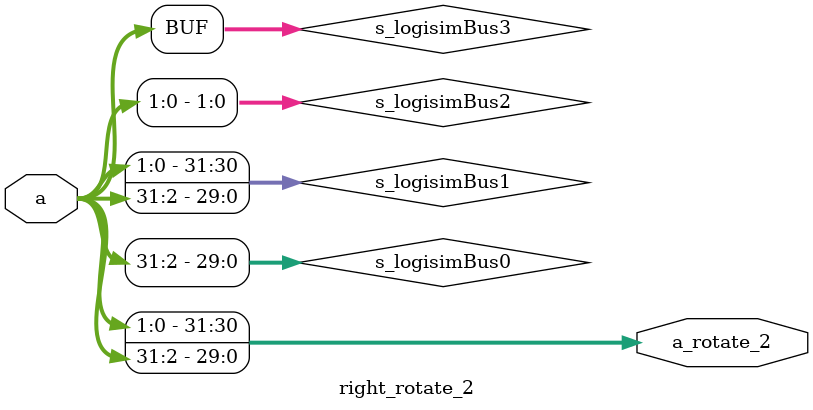
<source format=v>
/******************************************************************************
 ** Logisim-evolution goes FPGA automatic generated Verilog code             **
 ** https://github.com/logisim-evolution/                                    **
 **                                                                          **
 ** Component : right_rotate_2                                               **
 **                                                                          **
 *****************************************************************************/

module right_rotate_2( a,
                       a_rotate_2 );

   /*******************************************************************************
   ** The inputs are defined here                                                **
   *******************************************************************************/
   input [31:0] a;

   /*******************************************************************************
   ** The outputs are defined here                                               **
   *******************************************************************************/
   output [31:0] a_rotate_2;

   /*******************************************************************************
   ** The wires are defined here                                                 **
   *******************************************************************************/
   wire [29:0] s_logisimBus0;
   wire [31:0] s_logisimBus1;
   wire [1:0]  s_logisimBus2;
   wire [31:0] s_logisimBus3;

   /*******************************************************************************
   ** The module functionality is described here                                 **
   *******************************************************************************/

   /*******************************************************************************
   ** Here all wiring is defined                                                 **
   *******************************************************************************/
   assign s_logisimBus0[0]  = s_logisimBus3[2];
   assign s_logisimBus0[10] = s_logisimBus3[12];
   assign s_logisimBus0[11] = s_logisimBus3[13];
   assign s_logisimBus0[12] = s_logisimBus3[14];
   assign s_logisimBus0[13] = s_logisimBus3[15];
   assign s_logisimBus0[14] = s_logisimBus3[16];
   assign s_logisimBus0[15] = s_logisimBus3[17];
   assign s_logisimBus0[16] = s_logisimBus3[18];
   assign s_logisimBus0[17] = s_logisimBus3[19];
   assign s_logisimBus0[18] = s_logisimBus3[20];
   assign s_logisimBus0[19] = s_logisimBus3[21];
   assign s_logisimBus0[1]  = s_logisimBus3[3];
   assign s_logisimBus0[20] = s_logisimBus3[22];
   assign s_logisimBus0[21] = s_logisimBus3[23];
   assign s_logisimBus0[22] = s_logisimBus3[24];
   assign s_logisimBus0[23] = s_logisimBus3[25];
   assign s_logisimBus0[24] = s_logisimBus3[26];
   assign s_logisimBus0[25] = s_logisimBus3[27];
   assign s_logisimBus0[26] = s_logisimBus3[28];
   assign s_logisimBus0[27] = s_logisimBus3[29];
   assign s_logisimBus0[28] = s_logisimBus3[30];
   assign s_logisimBus0[29] = s_logisimBus3[31];
   assign s_logisimBus0[2]  = s_logisimBus3[4];
   assign s_logisimBus0[3]  = s_logisimBus3[5];
   assign s_logisimBus0[4]  = s_logisimBus3[6];
   assign s_logisimBus0[5]  = s_logisimBus3[7];
   assign s_logisimBus0[6]  = s_logisimBus3[8];
   assign s_logisimBus0[7]  = s_logisimBus3[9];
   assign s_logisimBus0[8]  = s_logisimBus3[10];
   assign s_logisimBus0[9]  = s_logisimBus3[11];
   assign s_logisimBus1[0]  = s_logisimBus0[0];
   assign s_logisimBus1[10] = s_logisimBus0[10];
   assign s_logisimBus1[11] = s_logisimBus0[11];
   assign s_logisimBus1[12] = s_logisimBus0[12];
   assign s_logisimBus1[13] = s_logisimBus0[13];
   assign s_logisimBus1[14] = s_logisimBus0[14];
   assign s_logisimBus1[15] = s_logisimBus0[15];
   assign s_logisimBus1[16] = s_logisimBus0[16];
   assign s_logisimBus1[17] = s_logisimBus0[17];
   assign s_logisimBus1[18] = s_logisimBus0[18];
   assign s_logisimBus1[19] = s_logisimBus0[19];
   assign s_logisimBus1[1]  = s_logisimBus0[1];
   assign s_logisimBus1[20] = s_logisimBus0[20];
   assign s_logisimBus1[21] = s_logisimBus0[21];
   assign s_logisimBus1[22] = s_logisimBus0[22];
   assign s_logisimBus1[23] = s_logisimBus0[23];
   assign s_logisimBus1[24] = s_logisimBus0[24];
   assign s_logisimBus1[25] = s_logisimBus0[25];
   assign s_logisimBus1[26] = s_logisimBus0[26];
   assign s_logisimBus1[27] = s_logisimBus0[27];
   assign s_logisimBus1[28] = s_logisimBus0[28];
   assign s_logisimBus1[29] = s_logisimBus0[29];
   assign s_logisimBus1[2]  = s_logisimBus0[2];
   assign s_logisimBus1[30] = s_logisimBus2[0];
   assign s_logisimBus1[31] = s_logisimBus2[1];
   assign s_logisimBus1[3]  = s_logisimBus0[3];
   assign s_logisimBus1[4]  = s_logisimBus0[4];
   assign s_logisimBus1[5]  = s_logisimBus0[5];
   assign s_logisimBus1[6]  = s_logisimBus0[6];
   assign s_logisimBus1[7]  = s_logisimBus0[7];
   assign s_logisimBus1[8]  = s_logisimBus0[8];
   assign s_logisimBus1[9]  = s_logisimBus0[9];
   assign s_logisimBus2[0]  = s_logisimBus3[0];
   assign s_logisimBus2[1]  = s_logisimBus3[1];

   /*******************************************************************************
   ** Here all input connections are defined                                     **
   *******************************************************************************/
   assign s_logisimBus3[31:0] = a;

   /*******************************************************************************
   ** Here all output connections are defined                                    **
   *******************************************************************************/
   assign a_rotate_2 = s_logisimBus1[31:0];

endmodule

</source>
